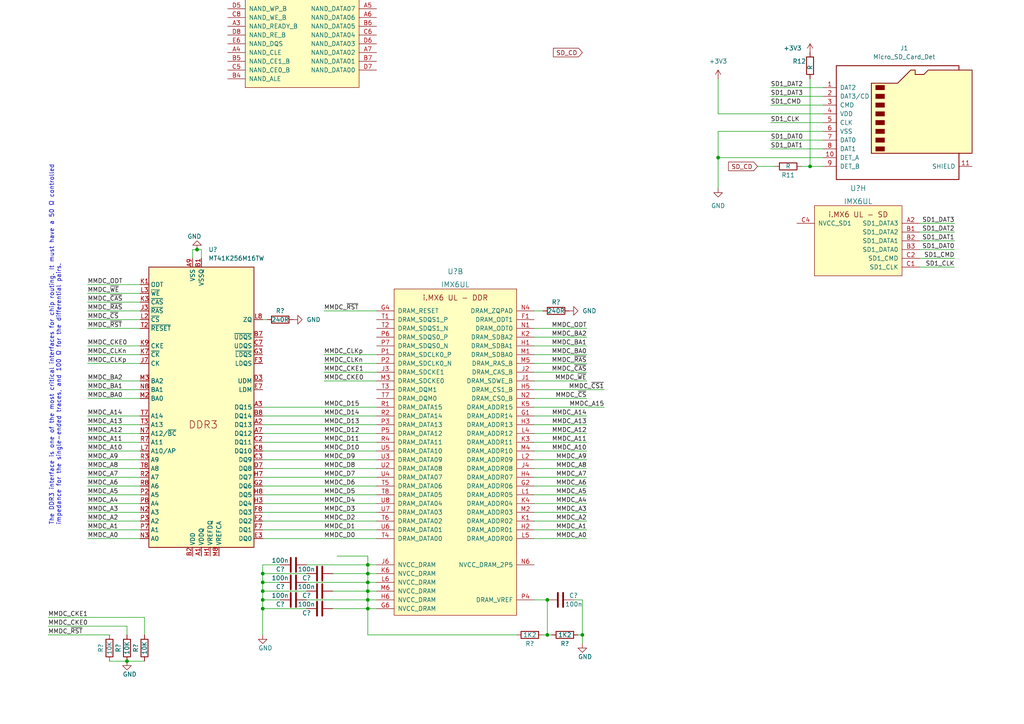
<source format=kicad_sch>
(kicad_sch (version 20211123) (generator eeschema)
  (paper "A4")
  (junction (at 106.68 171.45))
  (junction (at 106.68 168.91))
  (junction (at 106.68 166.37))
  (junction (at 168.91 184.15))
  (junction (at 106.68 173.99))
  (junction (at 76.2 168.91))
  (junction (at 36.83 191.77))
  (junction (at 208.28 45.72))
  (junction (at 158.75 184.15))
  (junction (at 106.68 176.53))
  (junction (at 76.2 171.45))
  (junction (at 76.2 173.99))
  (junction (at 76.2 176.53))
  (junction (at 76.2 166.37))
  (junction (at 57.15 72.39))
  (junction (at 106.68 163.83))
  (junction (at 234.95 48.26))
  (junction (at 158.75 173.99))
  (wire (pts (xy 223.52 25.4) (xy 238.76 25.4)))
  (wire (pts (xy 154.94 128.27) (xy 170.18 128.27)))
  (wire (pts (xy 154.94 125.73) (xy 170.18 125.73)))
  (wire (pts (xy 25.4 100.33) (xy 40.64 100.33)))
  (wire (pts (xy 154.94 143.51) (xy 170.18 143.51)))
  (wire (pts (xy 266.7 72.39) (xy 276.86 72.39)))
  (wire (pts (xy 154.94 138.43) (xy 170.18 138.43)))
  (wire (pts (xy 93.98 105.41) (xy 109.22 105.41)))
  (wire (pts (xy 154.94 148.59) (xy 170.18 148.59)))
  (wire (pts (xy 157.48 184.15) (xy 158.75 184.15)))
  (wire (pts (xy 36.83 191.77) (xy 41.91 191.77)))
  (wire (pts (xy 88.9 173.99) (xy 106.68 173.99)))
  (wire (pts (xy 36.83 181.61) (xy 36.83 184.15)))
  (wire (pts (xy 76.2 125.73) (xy 109.22 125.73)))
  (wire (pts (xy 41.91 179.07) (xy 41.91 184.15)))
  (wire (pts (xy 234.95 48.26) (xy 238.76 48.26)))
  (wire (pts (xy 76.2 176.53) (xy 88.9 176.53)))
  (wire (pts (xy 223.52 40.64) (xy 238.76 40.64)))
  (wire (pts (xy 106.68 168.91) (xy 106.68 171.45)))
  (wire (pts (xy 154.94 133.35) (xy 170.18 133.35)))
  (wire (pts (xy 76.2 138.43) (xy 109.22 138.43)))
  (wire (pts (xy 25.4 156.21) (xy 40.64 156.21)))
  (wire (pts (xy 93.98 110.49) (xy 109.22 110.49)))
  (wire (pts (xy 25.4 92.71) (xy 40.64 92.71)))
  (wire (pts (xy 76.2 171.45) (xy 76.2 173.99)))
  (wire (pts (xy 25.4 128.27) (xy 40.64 128.27)))
  (wire (pts (xy 55.88 72.39) (xy 57.15 72.39)))
  (wire (pts (xy 76.2 153.67) (xy 109.22 153.67)))
  (wire (pts (xy 238.76 33.02) (xy 208.28 33.02)))
  (wire (pts (xy 96.52 176.53) (xy 106.68 176.53)))
  (wire (pts (xy 76.2 135.89) (xy 109.22 135.89)))
  (wire (pts (xy 55.88 72.39) (xy 55.88 74.93)))
  (wire (pts (xy 88.9 163.83) (xy 106.68 163.83)))
  (wire (pts (xy 208.28 45.72) (xy 208.28 54.61)))
  (wire (pts (xy 25.4 120.65) (xy 40.64 120.65)))
  (wire (pts (xy 25.4 130.81) (xy 40.64 130.81)))
  (wire (pts (xy 154.94 105.41) (xy 170.18 105.41)))
  (wire (pts (xy 31.75 191.77) (xy 36.83 191.77)))
  (wire (pts (xy 223.52 27.94) (xy 238.76 27.94)))
  (wire (pts (xy 81.28 163.83) (xy 76.2 163.83)))
  (wire (pts (xy 76.2 148.59) (xy 109.22 148.59)))
  (wire (pts (xy 25.4 87.63) (xy 40.64 87.63)))
  (wire (pts (xy 25.4 102.87) (xy 40.64 102.87)))
  (wire (pts (xy 25.4 133.35) (xy 40.64 133.35)))
  (wire (pts (xy 154.94 123.19) (xy 170.18 123.19)))
  (wire (pts (xy 25.4 85.09) (xy 40.64 85.09)))
  (wire (pts (xy 106.68 163.83) (xy 109.22 163.83)))
  (wire (pts (xy 25.4 140.97) (xy 40.64 140.97)))
  (wire (pts (xy 106.68 166.37) (xy 109.22 166.37)))
  (wire (pts (xy 76.2 156.21) (xy 109.22 156.21)))
  (wire (pts (xy 25.4 125.73) (xy 40.64 125.73)))
  (wire (pts (xy 25.4 95.25) (xy 40.64 95.25)))
  (wire (pts (xy 154.94 130.81) (xy 170.18 130.81)))
  (wire (pts (xy 266.7 77.47) (xy 276.86 77.47)))
  (wire (pts (xy 208.28 45.72) (xy 238.76 45.72)))
  (wire (pts (xy 166.37 173.99) (xy 168.91 173.99)))
  (wire (pts (xy 266.7 67.31) (xy 276.86 67.31)))
  (wire (pts (xy 88.9 168.91) (xy 106.68 168.91)))
  (wire (pts (xy 93.98 107.95) (xy 109.22 107.95)))
  (wire (pts (xy 154.94 95.25) (xy 170.18 95.25)))
  (wire (pts (xy 96.52 171.45) (xy 106.68 171.45)))
  (wire (pts (xy 266.7 74.93) (xy 276.86 74.93)))
  (wire (pts (xy 25.4 123.19) (xy 40.64 123.19)))
  (wire (pts (xy 76.2 168.91) (xy 81.28 168.91)))
  (wire (pts (xy 106.68 163.83) (xy 106.68 166.37)))
  (wire (pts (xy 25.4 82.55) (xy 40.64 82.55)))
  (wire (pts (xy 25.4 135.89) (xy 40.64 135.89)))
  (wire (pts (xy 154.94 120.65) (xy 170.18 120.65)))
  (wire (pts (xy 167.64 184.15) (xy 168.91 184.15)))
  (wire (pts (xy 25.4 90.17) (xy 40.64 90.17)))
  (wire (pts (xy 25.4 151.13) (xy 40.64 151.13)))
  (wire (pts (xy 76.2 173.99) (xy 76.2 176.53)))
  (wire (pts (xy 57.15 72.39) (xy 58.42 72.39)))
  (wire (pts (xy 76.2 166.37) (xy 76.2 168.91)))
  (wire (pts (xy 76.2 118.11) (xy 109.22 118.11)))
  (wire (pts (xy 154.94 97.79) (xy 170.18 97.79)))
  (wire (pts (xy 223.52 30.48) (xy 238.76 30.48)))
  (wire (pts (xy 13.97 181.61) (xy 36.83 181.61)))
  (wire (pts (xy 234.95 22.86) (xy 234.95 48.26)))
  (wire (pts (xy 76.2 163.83) (xy 76.2 166.37)))
  (wire (pts (xy 154.94 118.11) (xy 175.26 118.11)))
  (wire (pts (xy 158.75 173.99) (xy 158.75 184.15)))
  (wire (pts (xy 25.4 113.03) (xy 40.64 113.03)))
  (wire (pts (xy 106.68 173.99) (xy 106.68 176.53)))
  (wire (pts (xy 76.2 171.45) (xy 88.9 171.45)))
  (wire (pts (xy 106.68 176.53) (xy 109.22 176.53)))
  (wire (pts (xy 168.91 184.15) (xy 168.91 186.69)))
  (wire (pts (xy 76.2 143.51) (xy 109.22 143.51)))
  (wire (pts (xy 106.68 184.15) (xy 106.68 176.53)))
  (wire (pts (xy 76.2 166.37) (xy 88.9 166.37)))
  (wire (pts (xy 168.91 173.99) (xy 168.91 184.15)))
  (wire (pts (xy 97.79 161.29) (xy 106.68 161.29)))
  (wire (pts (xy 13.97 184.15) (xy 31.75 184.15)))
  (wire (pts (xy 223.52 35.56) (xy 238.76 35.56)))
  (wire (pts (xy 25.4 146.05) (xy 40.64 146.05)))
  (wire (pts (xy 106.68 163.83) (xy 106.68 161.29)))
  (wire (pts (xy 154.94 146.05) (xy 170.18 146.05)))
  (wire (pts (xy 154.94 113.03) (xy 175.26 113.03)))
  (wire (pts (xy 208.28 33.02) (xy 208.28 22.86)))
  (wire (pts (xy 232.41 48.26) (xy 234.95 48.26)))
  (wire (pts (xy 13.97 179.07) (xy 41.91 179.07)))
  (wire (pts (xy 76.2 128.27) (xy 109.22 128.27)))
  (wire (pts (xy 93.98 90.17) (xy 109.22 90.17)))
  (wire (pts (xy 106.68 171.45) (xy 109.22 171.45)))
  (wire (pts (xy 76.2 140.97) (xy 109.22 140.97)))
  (wire (pts (xy 77.47 92.71) (xy 76.2 92.71)))
  (wire (pts (xy 154.94 115.57) (xy 170.18 115.57)))
  (wire (pts (xy 154.94 107.95) (xy 170.18 107.95)))
  (wire (pts (xy 76.2 168.91) (xy 76.2 171.45)))
  (wire (pts (xy 208.28 38.1) (xy 208.28 45.72)))
  (wire (pts (xy 76.2 173.99) (xy 81.28 173.99)))
  (wire (pts (xy 266.7 69.85) (xy 276.86 69.85)))
  (wire (pts (xy 58.42 74.93) (xy 58.42 72.39)))
  (wire (pts (xy 25.4 148.59) (xy 40.64 148.59)))
  (wire (pts (xy 238.76 38.1) (xy 208.28 38.1)))
  (wire (pts (xy 76.2 151.13) (xy 109.22 151.13)))
  (wire (pts (xy 154.94 140.97) (xy 170.18 140.97)))
  (wire (pts (xy 149.86 184.15) (xy 106.68 184.15)))
  (wire (pts (xy 25.4 115.57) (xy 40.64 115.57)))
  (wire (pts (xy 154.94 90.17) (xy 157.48 90.17)))
  (wire (pts (xy 76.2 146.05) (xy 109.22 146.05)))
  (wire (pts (xy 154.94 173.99) (xy 158.75 173.99)))
  (wire (pts (xy 25.4 143.51) (xy 40.64 143.51)))
  (wire (pts (xy 154.94 102.87) (xy 170.18 102.87)))
  (wire (pts (xy 154.94 151.13) (xy 170.18 151.13)))
  (wire (pts (xy 25.4 110.49) (xy 40.64 110.49)))
  (wire (pts (xy 106.68 171.45) (xy 106.68 173.99)))
  (wire (pts (xy 25.4 138.43) (xy 40.64 138.43)))
  (wire (pts (xy 76.2 133.35) (xy 109.22 133.35)))
  (wire (pts (xy 154.94 100.33) (xy 170.18 100.33)))
  (wire (pts (xy 154.94 153.67) (xy 170.18 153.67)))
  (wire (pts (xy 266.7 64.77) (xy 276.86 64.77)))
  (wire (pts (xy 154.94 156.21) (xy 170.18 156.21)))
  (wire (pts (xy 154.94 135.89) (xy 170.18 135.89)))
  (wire (pts (xy 76.2 130.81) (xy 109.22 130.81)))
  (wire (pts (xy 93.98 102.87) (xy 109.22 102.87)))
  (wire (pts (xy 158.75 184.15) (xy 160.02 184.15)))
  (wire (pts (xy 106.68 166.37) (xy 106.68 168.91)))
  (wire (pts (xy 76.2 123.19) (xy 109.22 123.19)))
  (wire (pts (xy 76.2 176.53) (xy 76.2 184.15)))
  (wire (pts (xy 223.52 43.18) (xy 238.76 43.18)))
  (wire (pts (xy 25.4 105.41) (xy 40.64 105.41)))
  (wire (pts (xy 106.68 168.91) (xy 109.22 168.91)))
  (wire (pts (xy 96.52 166.37) (xy 106.68 166.37)))
  (wire (pts (xy 219.71 48.26) (xy 224.79 48.26)))
  (wire (pts (xy 25.4 153.67) (xy 40.64 153.67)))
  (wire (pts (xy 76.2 120.65) (xy 109.22 120.65)))
  (wire (pts (xy 106.68 173.99) (xy 109.22 173.99)))
  (wire (pts (xy 154.94 110.49) (xy 170.18 110.49)))
  (text "The DDR3 interface is one of the most critical interfaces for chip routing. It must have a 50 Ω controlled\nimpedance for the single-ended traces, and 100 Ω for the differential pairs." (at 17.78 152.4 90) (effects (font (size 1.27 1.27)) (justify left bottom)))
  (label "MMDC_D1" (at 93.98 153.67 0))
  (label "MMDC_CKE1" (at 13.97 179.07 0))
  (label "MMDC_~{CS}" (at 25.4 92.71 0))
  (label "MMDC_~{RST}" (at 13.97 184.15 0))
  (label "MMDC_A1" (at 170.18 153.67 180))
  (label "MMDC_BA2" (at 170.18 97.79 180))
  (label "MMDC_CKE0" (at 93.98 110.49 0))
  (label "MMDC_BA0" (at 170.18 102.87 180))
  (label "MMDC_A4" (at 25.4 146.05 0))
  (label "MMDC_CLKn" (at 25.4 102.87 0))
  (label "MMDC_CLKp" (at 93.98 102.87 0))
  (label "SD1_DAT0" (at 223.52 40.64 0))
  (label "MMDC_D8" (at 93.98 135.89 0))
  (label "SD1_DAT1" (at 223.52 43.18 0))
  (label "MMDC_A5" (at 170.18 143.51 180))
  (label "MMDC_A3" (at 170.18 148.59 180))
  (label "MMDC_A8" (at 170.18 135.89 180))
  (label "MMDC_A2" (at 25.4 151.13 0))
  (label "MMDC_BA1" (at 25.4 113.03 0))
  (label "MMDC_A4" (at 170.18 146.05 180))
  (label "MMDC_D12" (at 93.98 125.73 0))
  (label "MMDC_~{CAS}" (at 170.18 107.95 180))
  (label "MMDC_~{RAS}" (at 25.4 90.17 0))
  (label "SD1_DAT1" (at 276.86 69.85 180))
  (label "MMDC_~{RST}" (at 93.98 90.17 0))
  (label "MMDC_BA2" (at 25.4 110.49 0))
  (label "MMDC_A12" (at 25.4 125.73 0))
  (label "SD1_DAT2" (at 223.52 25.4 0))
  (label "MMDC_A1" (at 25.4 153.67 0))
  (label "MMDC_A10" (at 25.4 130.81 0))
  (label "MMDC_D15" (at 93.98 118.11 0))
  (label "MMDC_A3" (at 25.4 148.59 0))
  (label "MMDC_A11" (at 170.18 128.27 180))
  (label "MMDC_CKE1" (at 93.98 107.95 0))
  (label "MMDC_D0" (at 93.98 156.21 0))
  (label "MMDC_ODT" (at 170.18 95.25 180))
  (label "MMDC_A2" (at 170.18 151.13 180))
  (label "MMDC_~{CS1}" (at 175.26 113.03 180))
  (label "MMDC_A14" (at 25.4 120.65 0))
  (label "SD1_CMD" (at 223.52 30.48 0))
  (label "MMDC_D3" (at 93.98 148.59 0))
  (label "SD1_DAT3" (at 276.86 64.77 180))
  (label "MMDC_D7" (at 93.98 138.43 0))
  (label "MMDC_~{WE}" (at 25.4 85.09 0))
  (label "MMDC_A7" (at 25.4 138.43 0))
  (label "MMDC_D4" (at 93.98 146.05 0))
  (label "MMDC_D9" (at 93.98 133.35 0))
  (label "MMDC_ODT" (at 25.4 82.55 0))
  (label "MMDC_A6" (at 170.18 140.97 180))
  (label "MMDC_A9" (at 25.4 133.35 0))
  (label "SD1_DAT0" (at 276.86 72.39 180))
  (label "MMDC_A7" (at 170.18 138.43 180))
  (label "SD1_CLK" (at 223.52 35.56 0))
  (label "MMDC_~{WE}" (at 170.18 110.49 180))
  (label "MMDC_D2" (at 93.98 151.13 0))
  (label "MMDC_A15" (at 175.26 118.11 180))
  (label "MMDC_A13" (at 170.18 123.19 180))
  (label "MMDC_A14" (at 170.18 120.65 180))
  (label "MMDC_A11" (at 25.4 128.27 0))
  (label "MMDC_CLKn" (at 93.98 105.41 0))
  (label "MMDC_~{RST}" (at 25.4 95.25 0))
  (label "SD1_CLK" (at 276.86 77.47 180))
  (label "MMDC_D10" (at 93.98 130.81 0))
  (label "MMDC_A6" (at 25.4 140.97 0))
  (label "MMDC_D5" (at 93.98 143.51 0))
  (label "MMDC_BA1" (at 170.18 100.33 180))
  (label "MMDC_CKE0" (at 13.97 181.61 0))
  (label "MMDC_CLKp" (at 25.4 105.41 0))
  (label "MMDC_A10" (at 170.18 130.81 180))
  (label "MMDC_~{CAS}" (at 25.4 87.63 0))
  (label "MMDC_A8" (at 25.4 135.89 0))
  (label "MMDC_D13" (at 93.98 123.19 0))
  (label "MMDC_BA0" (at 25.4 115.57 0))
  (label "MMDC_D14" (at 93.98 120.65 0))
  (label "SD1_DAT2" (at 276.86 67.31 180))
  (label "MMDC_A5" (at 25.4 143.51 0))
  (label "SD1_CMD" (at 276.86 74.93 180))
  (label "MMDC_CKE0" (at 25.4 100.33 0))
  (label "MMDC_A12" (at 170.18 125.73 180))
  (label "MMDC_A13" (at 25.4 123.19 0))
  (label "MMDC_D6" (at 93.98 140.97 0))
  (label "MMDC_A0" (at 170.18 156.21 180))
  (label "MMDC_~{RAS}" (at 170.18 105.41 180))
  (label "MMDC_D11" (at 93.98 128.27 0))
  (label "MMDC_A0" (at 25.4 156.21 0))
  (label "SD1_DAT3" (at 223.52 27.94 0))
  (label "MMDC_~{CS}" (at 170.18 115.57 180))
  (label "MMDC_A9" (at 170.18 133.35 180))
  (global_label "SD_CD" (shape input) (at 168.91 15.24 180) (property "Intersheet References" "${INTERSHEET_REFS}" (effects hide)))
  (global_label "SD_CD" (shape input) (at 219.71 48.26 180) (property "Intersheet References" "${INTERSHEET_REFS}" (effects hide)))
  (symbol (lib_id "Device:C") (at 92.71 171.45 270) (unit 1)
    (property "Reference" "C?" (at 87.63 172.72 90) (effects (justify left)))
    (property "Value" "100n" (at 86.36 170.18 90) (effects (justify left)))
    (property "Footprint" "Capacitor_SMD:C_0402_1005Metric" (effects hide))
    (property "LCSC" "C83056" (effects hide))
  )
  (symbol (lib_id "Device:R") (at 31.75 187.96 180) (unit 1)
    (property "Reference" "R?" (at 29.21 187.96 90))
    (property "Value" "10K" (at 31.75 187.96 90))
  )
  (symbol (lib_id "power:GND") (at 208.28 54.61 0) (unit 1)
    (property "Reference" "#PWR037" (effects hide))
    (property "Value" "GND" (at 208.28 59.69 0))
  )
  (symbol (lib_id "TheBrutzlers_Lib:IMX6UL") (at 132.08 83.82 0) (unit 2)
    (property "Reference" "U?" (at 132.08 78.74 0) (effects (font (size 1.524 1.524))))
    (property "Value" "IMX6UL" (at 132.08 82.55 0) (effects (font (size 1.524 1.524))))
    (property "Footprint" "TheBrutzlers_Lib:IMX6UL_BGA289" (effects hide))
    (property "Datasheet" "https://www.mouser.de/datasheet/2/302/IMX6ULLIEC-1126297.pdf" (effects hide))
    (property "LCSC" "C414042" (effects hide))
  )
  (symbol (lib_id "Device:R") (at 161.29 90.17 90) (unit 1)
    (property "Reference" "R?" (at 161.29 87.63 90))
    (property "Value" "240R" (at 161.29 90.17 90))
  )
  (symbol (lib_id "power:GND") (at 57.15 72.39 180) (unit 1)
    (property "Reference" "#PWR?" (effects hide))
    (property "Value" "GND" (at 58.42 68.58 0) (effects (justify left)))
  )
  (symbol (lib_id "power:GND") (at 165.1 90.17 90) (unit 1)
    (property "Reference" "#PWR?" (effects hide))
    (property "Value" "GND" (at 168.91 90.1699 90) (effects (justify right)))
  )
  (symbol (lib_id "power:GND") (at 168.91 186.69 0) (unit 1)
    (property "Reference" "#PWR?" (effects hide))
    (property "Value" "GND" (at 167.64 190.5 0) (effects (justify left)))
  )
  (symbol (lib_id "Device:R") (at 36.83 187.96 180) (unit 1)
    (property "Reference" "R?" (at 34.29 187.96 90))
    (property "Value" "10K" (at 36.83 187.96 90))
  )
  (symbol (lib_id "Connector:Micro_SD_Card_Det") (at 261.62 35.56 0) (unit 1)
    (property "Reference" "J1" (at 262.255 13.97 0))
    (property "Value" "Micro_SD_Card_Det" (at 262.255 16.51 0))
    (property "Footprint" "TheBrutzlers_Lib:HRS_DM3D-SF" (effects hide))
    (property "Datasheet" "https://www.hirose.com/product/en/download_file/key_name/DM3/category/Catalog/doc_file_id/49662/?file_category_id=4&item_id=195&is_series=1" (effects hide))
  )
  (symbol (lib_id "power:+3V3") (at 208.28 22.86 0) (unit 1)
    (property "Reference" "#PWR036" (effects hide))
    (property "Value" "+3V3" (at 208.28 17.78 0))
  )
  (symbol (lib_id "Device:C") (at 162.56 173.99 90) (unit 1)
    (property "Reference" "C?" (at 167.64 172.72 90) (effects (justify left)))
    (property "Value" "100n" (at 168.91 175.26 90) (effects (justify left)))
    (property "Footprint" "Capacitor_SMD:C_0402_1005Metric" (effects hide))
    (property "LCSC" "C83056" (effects hide))
  )
  (symbol (lib_id "TheBrutzlers_Lib:IMX6UL") (at 87.63 -8.89 0) (unit 3)
    (property "Reference" "U?" (at 87.63 -13.97 0) (effects (font (size 1.524 1.524))))
    (property "Value" "IMX6UL" (at 87.63 -10.16 0) (effects (font (size 1.524 1.524))))
    (property "Footprint" "TheBrutzlers_Lib:IMX6UL_BGA289" (effects hide))
    (property "Datasheet" "https://www.mouser.de/datasheet/2/302/IMX6ULLIEC-1126297.pdf" (effects hide))
    (property "LCSC" "C414042" (effects hide))
  )
  (symbol (lib_id "TheBrutzlers_Lib:IMX6UL") (at 248.92 59.69 0) (unit 8)
    (property "Reference" "U?" (at 248.92 54.61 0) (effects (font (size 1.524 1.524))))
    (property "Value" "IMX6UL" (at 248.92 58.42 0) (effects (font (size 1.524 1.524))))
    (property "Footprint" "TheBrutzlers_Lib:IMX6UL_BGA289" (effects hide))
    (property "Datasheet" "https://www.mouser.de/datasheet/2/302/IMX6ULLIEC-1126297.pdf" (effects hide))
    (property "LCSC" "C414042" (effects hide))
  )
  (symbol (lib_id "Device:R") (at 81.28 92.71 90) (unit 1)
    (property "Reference" "R?" (at 81.28 90.17 90))
    (property "Value" "240R" (at 81.28 92.71 90))
  )
  (symbol (lib_id "Device:C") (at 85.09 168.91 270) (unit 1)
    (property "Reference" "C?" (at 80.01 170.18 90) (effects (justify left)))
    (property "Value" "100n" (at 78.74 167.64 90) (effects (justify left)))
    (property "Footprint" "Capacitor_SMD:C_0402_1005Metric" (effects hide))
    (property "LCSC" "C83056" (effects hide))
  )
  (symbol (lib_id "Device:R") (at 153.67 184.15 270) (unit 1)
    (property "Reference" "R?" (at 153.67 186.69 90))
    (property "Value" "1K2" (at 153.67 184.15 90))
  )
  (symbol (lib_id "Device:R") (at 228.6 48.26 90) (unit 1)
    (property "Reference" "R11" (at 228.6 50.8 90))
    (property "Value" "R" (at 228.6 48.26 90))
  )
  (symbol (lib_id "power:GND") (at 85.09 92.71 90) (unit 1)
    (property "Reference" "#PWR?" (effects hide))
    (property "Value" "GND" (at 88.9 92.7099 90) (effects (justify right)))
  )
  (symbol (lib_id "power:+3V3") (at 234.95 15.24 0) (unit 1)
    (property "Reference" "#PWR038" (effects hide))
    (property "Value" "+3V3" (at 229.87 13.97 0))
  )
  (symbol (lib_id "Device:C") (at 92.71 166.37 270) (unit 1)
    (property "Reference" "C?" (at 87.63 167.64 90) (effects (justify left)))
    (property "Value" "100n" (at 86.36 165.1 90) (effects (justify left)))
    (property "Footprint" "Capacitor_SMD:C_0402_1005Metric" (effects hide))
    (property "LCSC" "C83056" (effects hide))
  )
  (symbol (lib_id "power:GND") (at 76.2 184.15 0) (unit 1)
    (property "Reference" "#PWR?" (effects hide))
    (property "Value" "GND" (at 74.93 187.96 0) (effects (justify left)))
  )
  (symbol (lib_id "Device:C") (at 85.09 163.83 270) (unit 1)
    (property "Reference" "C?" (at 80.01 165.1 90) (effects (justify left)))
    (property "Value" "100n" (at 78.74 162.56 90) (effects (justify left)))
    (property "Footprint" "Capacitor_SMD:C_0402_1005Metric" (effects hide))
    (property "LCSC" "C83056" (effects hide))
  )
  (symbol (lib_id "Memory_RAM:AS4C256M16D3") (at 58.42 118.11 0) (mirror x) (unit 1)
    (property "Reference" "U?" (at 60.4394 72.39 0) (effects (justify left)))
    (property "Value" "MT41K256M16TW" (at 60.4394 74.93 0) (effects (justify left)))
    (property "Footprint" "Package_BGA:BGA-96_9.0x13.0mm_Layout2x3x16_P0.8mm" (effects hide))
    (property "Datasheet" "https://datasheet.lcsc.com/lcsc/1912111437_Micron-Tech-MT41K256M16TW-107-P_C253882.pdf" (effects hide))
    (property "LCSc" "C253882" (effects hide))
  )
  (symbol (lib_id "Device:R") (at 234.95 19.05 0) (unit 1)
    (property "Reference" "R12" (at 229.87 17.78 0) (effects (justify left)))
    (property "Value" "R" (at 234.95 20.32 90) (effects (justify left)))
  )
  (symbol (lib_id "Device:C") (at 92.71 176.53 270) (unit 1)
    (property "Reference" "C?" (at 87.63 177.8 90) (effects (justify left)))
    (property "Value" "100n" (at 86.36 175.26 90) (effects (justify left)))
    (property "Footprint" "Capacitor_SMD:C_0402_1005Metric" (effects hide))
    (property "LCSC" "C83056" (effects hide))
  )
  (symbol (lib_id "power:GND") (at 36.83 191.77 0) (unit 1)
    (property "Reference" "#PWR?" (effects hide))
    (property "Value" "GND" (at 35.56 195.58 0) (effects (justify left)))
  )
  (symbol (lib_id "Device:R") (at 163.83 184.15 270) (unit 1)
    (property "Reference" "R?" (at 163.83 186.69 90))
    (property "Value" "1K2" (at 163.83 184.15 90))
  )
  (symbol (lib_id "Device:C") (at 85.09 173.99 270) (unit 1)
    (property "Reference" "C?" (at 80.01 175.26 90) (effects (justify left)))
    (property "Value" "100n" (at 78.74 172.72 90) (effects (justify left)))
    (property "Footprint" "Capacitor_SMD:C_0402_1005Metric" (effects hide))
    (property "LCSC" "C83056" (effects hide))
  )
  (symbol (lib_id "Device:R") (at 41.91 187.96 180) (unit 1)
    (property "Reference" "R?" (at 39.37 187.96 90))
    (property "Value" "10K" (at 41.91 187.96 90))
  )
)
</source>
